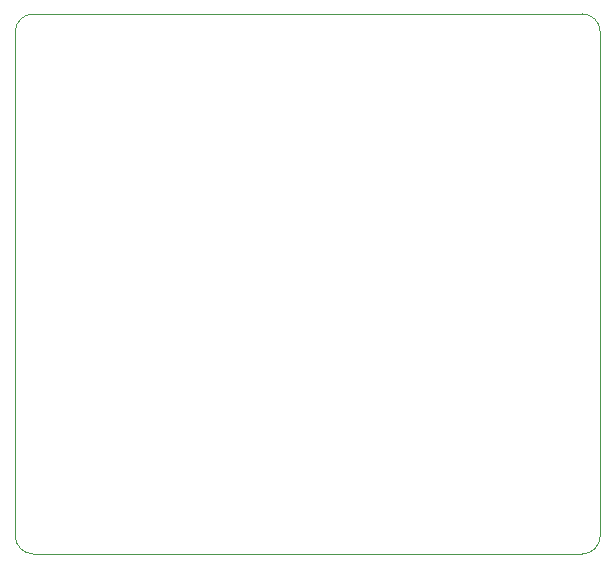
<source format=gbr>
%TF.GenerationSoftware,KiCad,Pcbnew,5.1.12-84ad8e8a86~92~ubuntu20.04.1*%
%TF.CreationDate,2022-07-02T20:29:17-03:00*%
%TF.ProjectId,ppl-01,70706c2d-3031-42e6-9b69-6361645f7063,01.1.1*%
%TF.SameCoordinates,Original*%
%TF.FileFunction,Profile,NP*%
%FSLAX46Y46*%
G04 Gerber Fmt 4.6, Leading zero omitted, Abs format (unit mm)*
G04 Created by KiCad (PCBNEW 5.1.12-84ad8e8a86~92~ubuntu20.04.1) date 2022-07-02 20:29:17*
%MOMM*%
%LPD*%
G01*
G04 APERTURE LIST*
%TA.AperFunction,Profile*%
%ADD10C,0.100000*%
%TD*%
G04 APERTURE END LIST*
D10*
X173736000Y-72390000D02*
G75*
G02*
X175260000Y-73914000I0J-1524000D01*
G01*
X175260000Y-116586000D02*
G75*
G02*
X173736000Y-118110000I-1524000J0D01*
G01*
X175260000Y-116586000D02*
X175260000Y-73914000D01*
X125730000Y-73914000D02*
G75*
G02*
X127254000Y-72390000I1524000J0D01*
G01*
X127254000Y-118110000D02*
G75*
G02*
X125730000Y-116586000I0J1524000D01*
G01*
X125730000Y-116586000D02*
X125730000Y-73914000D01*
X173736000Y-118110000D02*
X127254000Y-118110000D01*
X127254000Y-72390000D02*
X173736000Y-72390000D01*
M02*

</source>
